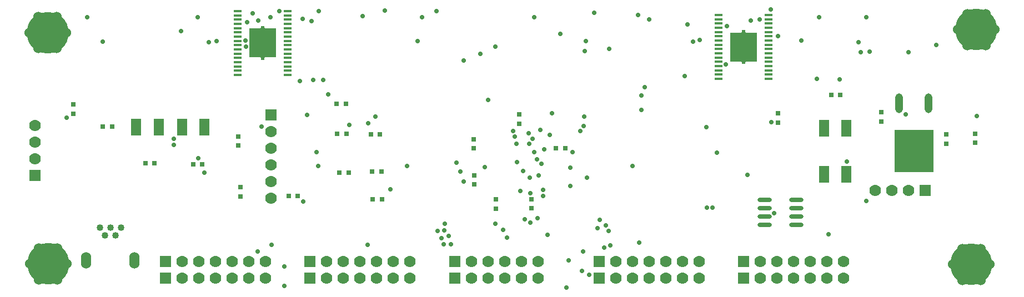
<source format=gbs>
%FSAX24Y24*%
%MOIN*%
G70*
G01*
G75*
G04 Layer_Color=16711935*
%ADD10R,0.0300X0.0300*%
%ADD11R,0.0300X0.0300*%
G04:AMPARAMS|DCode=12|XSize=79mil|YSize=44mil|CornerRadius=22mil|HoleSize=0mil|Usage=FLASHONLY|Rotation=90.000|XOffset=0mil|YOffset=0mil|HoleType=Round|Shape=RoundedRectangle|*
%AMROUNDEDRECTD12*
21,1,0.0790,0.0000,0,0,90.0*
21,1,0.0350,0.0440,0,0,90.0*
1,1,0.0440,0.0000,0.0175*
1,1,0.0440,0.0000,-0.0175*
1,1,0.0440,0.0000,-0.0175*
1,1,0.0440,0.0000,0.0175*
%
%ADD12ROUNDEDRECTD12*%
%ADD13R,0.0472X0.2400*%
%ADD14O,0.0709X0.0094*%
%ADD15O,0.0094X0.0709*%
%ADD16O,0.0472X0.1181*%
%ADD17R,0.2323X0.2559*%
%ADD18O,0.0827X0.0138*%
%ADD19C,0.0060*%
%ADD20C,0.0100*%
%ADD21C,0.0094*%
%ADD22C,0.0295*%
%ADD23C,0.0197*%
%ADD24C,0.0700*%
%ADD25R,0.0700X0.0700*%
%ADD26R,0.0700X0.0700*%
%ADD27C,0.0400*%
%ADD28O,0.0600X0.1000*%
%ADD29C,0.0600*%
%ADD30C,0.2500*%
%ADD31C,0.0276*%
%ADD32O,0.0866X0.0236*%
%ADD33R,0.0600X0.1000*%
%ADD34R,0.1618X0.1717*%
%ADD35R,0.0500X0.0120*%
%ADD36C,0.0080*%
%ADD37C,0.0050*%
%ADD38C,0.0098*%
%ADD39C,0.0236*%
%ADD40C,0.0079*%
%ADD41R,0.1000X0.0996*%
G36*
X014768Y067592D02*
X014728Y067592D01*
X014728Y067486D01*
X014532Y067486D01*
X014532Y067592D01*
X014492Y067592D01*
X014492Y067632D01*
X014768Y067632D01*
X014768Y067592D01*
X014768Y067592D02*
G37*
G36*
X043638Y067352D02*
X043598Y067352D01*
X043598Y067246D01*
X043402Y067246D01*
X043402Y067352D01*
X043362Y067352D01*
X043362Y067392D01*
X043638Y067392D01*
X043638Y067352D01*
X043638Y067352D02*
G37*
G36*
X014728Y069388D02*
X014768Y069388D01*
X014768Y069348D01*
X014492Y069348D01*
X014492Y069388D01*
X014532Y069388D01*
X014532Y069494D01*
X014728Y069494D01*
X014728Y069388D01*
X014728Y069388D02*
G37*
G36*
X043598Y069148D02*
X043638Y069148D01*
X043638Y069108D01*
X043362Y069108D01*
X043362Y069148D01*
X043402Y069148D01*
X043402Y069254D01*
X043598Y069254D01*
X043598Y069148D01*
X043598Y069148D02*
G37*
D10*
X021120Y063000D02*
D03*
X021670Y063000D02*
D03*
X019630Y064850D02*
D03*
X019080Y064850D02*
D03*
X019790Y060710D02*
D03*
X019240Y060710D02*
D03*
X016190Y059290D02*
D03*
X016740Y059290D02*
D03*
X021760Y060760D02*
D03*
X021210Y060760D02*
D03*
X005590Y063480D02*
D03*
X005040Y063480D02*
D03*
X032790Y062160D02*
D03*
X032240Y062160D02*
D03*
X049310Y065370D02*
D03*
X048760Y065370D02*
D03*
X007590Y061270D02*
D03*
X008140Y061270D02*
D03*
X019110Y063050D02*
D03*
X019660Y063050D02*
D03*
X010460Y061220D02*
D03*
X011010Y061220D02*
D03*
X021790Y059090D02*
D03*
X021240Y059090D02*
D03*
D11*
X027320Y059990D02*
D03*
X027320Y060540D02*
D03*
X030760Y059120D02*
D03*
X030760Y058570D02*
D03*
X045560Y063720D02*
D03*
X045560Y064270D02*
D03*
X030040Y063640D02*
D03*
X030040Y064190D02*
D03*
X027290Y062160D02*
D03*
X027290Y062710D02*
D03*
X028620Y058540D02*
D03*
X028620Y059090D02*
D03*
X013300Y059830D02*
D03*
X013300Y059280D02*
D03*
X013170Y062880D02*
D03*
X013170Y062330D02*
D03*
X057390Y063050D02*
D03*
X057390Y062500D02*
D03*
X055660Y063000D02*
D03*
X055660Y062450D02*
D03*
X003280Y064800D02*
D03*
X003280Y064250D02*
D03*
X051770Y063780D02*
D03*
X051770Y064330D02*
D03*
D16*
X054612Y064860D02*
D03*
X052840Y064860D02*
D03*
D17*
X053726Y061996D02*
D03*
D24*
X045500Y054370D02*
D03*
X044500Y054370D02*
D03*
X046500Y054370D02*
D03*
X047500Y054370D02*
D03*
X048500Y054370D02*
D03*
X049500Y054370D02*
D03*
X049500Y055370D02*
D03*
X048500Y055370D02*
D03*
X047500Y055370D02*
D03*
X046500Y055370D02*
D03*
X044500Y055370D02*
D03*
X045500Y055370D02*
D03*
X019475Y054370D02*
D03*
X018475Y054370D02*
D03*
X020475Y054370D02*
D03*
X021475Y054370D02*
D03*
X022475Y054370D02*
D03*
X023475Y054370D02*
D03*
X023475Y055370D02*
D03*
X022475Y055370D02*
D03*
X021475Y055370D02*
D03*
X020475Y055370D02*
D03*
X018475Y055370D02*
D03*
X019475Y055370D02*
D03*
X028150Y055370D02*
D03*
X027150Y055370D02*
D03*
X029150Y055370D02*
D03*
X030150Y055370D02*
D03*
X031150Y055370D02*
D03*
X031150Y054370D02*
D03*
X030150Y054370D02*
D03*
X029150Y054370D02*
D03*
X027150Y054370D02*
D03*
X028150Y054370D02*
D03*
X036825Y054370D02*
D03*
X035825Y054370D02*
D03*
X037825Y054370D02*
D03*
X038825Y054370D02*
D03*
X039825Y054370D02*
D03*
X040825Y054370D02*
D03*
X040825Y055370D02*
D03*
X039825Y055370D02*
D03*
X038825Y055370D02*
D03*
X037825Y055370D02*
D03*
X035825Y055370D02*
D03*
X036825Y055370D02*
D03*
X015120Y059160D02*
D03*
X015120Y060160D02*
D03*
X015120Y061160D02*
D03*
X015120Y063160D02*
D03*
X015120Y062160D02*
D03*
X053410Y059640D02*
D03*
X052410Y059640D02*
D03*
X051410Y059640D02*
D03*
X010800Y055370D02*
D03*
X009800Y055370D02*
D03*
X011800Y055370D02*
D03*
X012800Y055370D02*
D03*
X013800Y055370D02*
D03*
X014800Y055370D02*
D03*
X014800Y054370D02*
D03*
X013800Y054370D02*
D03*
X012800Y054370D02*
D03*
X011800Y054370D02*
D03*
X009800Y054370D02*
D03*
X010800Y054370D02*
D03*
X000980Y062530D02*
D03*
X000980Y061530D02*
D03*
X000980Y063530D02*
D03*
D25*
X043500Y054370D02*
D03*
X043500Y055370D02*
D03*
X017475Y054370D02*
D03*
X017475Y055370D02*
D03*
X026150Y055370D02*
D03*
X026150Y054370D02*
D03*
X034825Y054370D02*
D03*
X034825Y055370D02*
D03*
X054410Y059640D02*
D03*
X008800Y055370D02*
D03*
X008800Y054370D02*
D03*
D26*
X015120Y064160D02*
D03*
X000980Y060530D02*
D03*
D27*
X006120Y057410D02*
D03*
X005805Y056938D02*
D03*
X005490Y057410D02*
D03*
X005175Y056938D02*
D03*
X004860Y057410D02*
D03*
D28*
X004043Y055422D02*
D03*
X006937Y055422D02*
D03*
D29*
X001210Y056183D02*
D03*
X002310Y056183D02*
D03*
X002860Y055230D02*
D03*
X002310Y054277D02*
D03*
X001210Y054277D02*
D03*
X000660Y055230D02*
D03*
X056620Y056153D02*
D03*
X057720Y056153D02*
D03*
X058270Y055200D02*
D03*
X057720Y054247D02*
D03*
X056620Y054247D02*
D03*
X056070Y055200D02*
D03*
X056930Y070244D02*
D03*
X058030Y070244D02*
D03*
X058580Y069291D02*
D03*
X058030Y068339D02*
D03*
X056930Y068339D02*
D03*
X056380Y069291D02*
D03*
X001180Y070063D02*
D03*
X002280Y070063D02*
D03*
X002830Y069110D02*
D03*
X002280Y068157D02*
D03*
X001180Y068157D02*
D03*
X000630Y069110D02*
D03*
D30*
X001760Y055230D02*
D03*
X057170Y055200D02*
D03*
X057480Y069291D02*
D03*
X001730Y069110D02*
D03*
D31*
X015930Y053920D02*
D03*
X031543Y062114D02*
D03*
X043730Y060560D02*
D03*
X034220Y054580D02*
D03*
X034110Y060400D02*
D03*
X031350Y061240D02*
D03*
X033860Y055980D02*
D03*
X025920Y056400D02*
D03*
X026700Y060175D02*
D03*
X022290Y059700D02*
D03*
X045330Y058280D02*
D03*
X009295Y062750D02*
D03*
X033960Y068010D02*
D03*
X030920Y070030D02*
D03*
X046960Y068630D02*
D03*
X040870Y068672D02*
D03*
X044459Y069913D02*
D03*
X037845Y069913D02*
D03*
X037176Y070169D02*
D03*
X027683Y067850D02*
D03*
X026700Y067440D02*
D03*
X005040Y068570D02*
D03*
X004105Y070030D02*
D03*
X023948Y068600D02*
D03*
X011390Y068530D02*
D03*
X010719Y070030D02*
D03*
X018003Y070395D02*
D03*
X017043Y069932D02*
D03*
X014026Y070270D02*
D03*
X030090Y059612D02*
D03*
X045150Y063730D02*
D03*
X033225Y061950D02*
D03*
X027980Y061050D02*
D03*
X037550Y065830D02*
D03*
X029680Y063210D02*
D03*
X013691Y069750D02*
D03*
X013620Y068270D02*
D03*
X028594Y068270D02*
D03*
X042500Y069515D02*
D03*
X048030Y070030D02*
D03*
X035448Y068122D02*
D03*
X050870Y070030D02*
D03*
X032504Y069040D02*
D03*
X055051Y068368D02*
D03*
X017680Y066270D02*
D03*
X018560Y065390D02*
D03*
X049270Y066320D02*
D03*
X018260Y066270D02*
D03*
X037380Y065340D02*
D03*
X033940Y064080D02*
D03*
X033010Y055425D02*
D03*
X030648Y062446D02*
D03*
X045550Y068890D02*
D03*
X024210Y070030D02*
D03*
X026500Y060768D02*
D03*
X025080Y070400D02*
D03*
X040120Y069620D02*
D03*
X020641Y070120D02*
D03*
X020940Y056360D02*
D03*
X015155Y056360D02*
D03*
X021405Y064055D02*
D03*
X030250Y060810D02*
D03*
X017980Y061120D02*
D03*
X031480Y059300D02*
D03*
X014320Y055960D02*
D03*
X041285Y058600D02*
D03*
X031096Y061487D02*
D03*
X030590Y063073D02*
D03*
X041630Y058589D02*
D03*
X041890Y061920D02*
D03*
X030820Y062750D02*
D03*
X035400Y057210D02*
D03*
X034870Y057883D02*
D03*
X025560Y057630D02*
D03*
X033805Y054810D02*
D03*
X047890Y066331D02*
D03*
X016870Y066200D02*
D03*
X017860Y061950D02*
D03*
X011120Y060690D02*
D03*
X053395Y067934D02*
D03*
X050404Y068528D02*
D03*
X034045Y068611D02*
D03*
X017580Y069800D02*
D03*
X033090Y061010D02*
D03*
X030930Y061945D02*
D03*
X048610Y057000D02*
D03*
X029782Y062875D02*
D03*
X017310Y064170D02*
D03*
X031148Y057977D02*
D03*
X021980Y070430D02*
D03*
X025788Y056898D02*
D03*
X025365Y056765D02*
D03*
X025538Y057244D02*
D03*
X033892Y063503D02*
D03*
X041250Y063430D02*
D03*
X010760Y061580D02*
D03*
X015935Y055055D02*
D03*
X035220Y057525D02*
D03*
X050850Y058990D02*
D03*
X031995Y064270D02*
D03*
X035135Y056220D02*
D03*
X035509Y056341D02*
D03*
X031290Y063260D02*
D03*
X017070Y058975D02*
D03*
X029300Y056790D02*
D03*
X011862Y068618D02*
D03*
X031190Y060541D02*
D03*
X030693Y057720D02*
D03*
X015086Y070030D02*
D03*
X009740Y069220D02*
D03*
X033690Y063220D02*
D03*
X032880Y053800D02*
D03*
X025500Y056400D02*
D03*
X025140Y057200D02*
D03*
X030370Y057895D02*
D03*
X050540Y067930D02*
D03*
X031720Y056980D02*
D03*
X030700Y059470D02*
D03*
X020960Y063680D02*
D03*
X036840Y061100D02*
D03*
X028155Y065065D02*
D03*
X039960Y066500D02*
D03*
X034742Y057375D02*
D03*
X031850Y062960D02*
D03*
X037230Y056490D02*
D03*
X029900Y061335D02*
D03*
X023290Y061110D02*
D03*
X029072Y057282D02*
D03*
X028597Y057635D02*
D03*
X051070Y067960D02*
D03*
X034538Y070310D02*
D03*
X013610Y068630D02*
D03*
X030680Y060400D02*
D03*
X019820Y063570D02*
D03*
X026260Y061320D02*
D03*
X037380Y064460D02*
D03*
X042440Y067220D02*
D03*
X009290Y062360D02*
D03*
X053220Y064190D02*
D03*
X057500Y064114D02*
D03*
X029860Y062450D02*
D03*
X014380Y069830D02*
D03*
X031460Y059680D02*
D03*
X033090Y059910D02*
D03*
X043930Y069850D02*
D03*
X040480Y068560D02*
D03*
X014580Y063460D02*
D03*
X002850Y063994D02*
D03*
X015620Y070420D02*
D03*
X045129Y070519D02*
D03*
X049710Y061360D02*
D03*
D32*
X044775Y057560D02*
D03*
X044775Y058060D02*
D03*
X044775Y058560D02*
D03*
X044775Y059060D02*
D03*
X046665Y057560D02*
D03*
X046665Y058060D02*
D03*
X046665Y058560D02*
D03*
X046665Y059060D02*
D03*
D33*
X049670Y060610D02*
D03*
X048320Y060610D02*
D03*
X049670Y063366D02*
D03*
X048320Y063366D02*
D03*
X009794Y063423D02*
D03*
X011144Y063423D02*
D03*
X007038Y063423D02*
D03*
X008388Y063423D02*
D03*
D34*
X043500Y068250D02*
D03*
X014630Y068490D02*
D03*
D35*
X045005Y066331D02*
D03*
X045005Y066587D02*
D03*
X045005Y066843D02*
D03*
X045005Y067098D02*
D03*
X045005Y067354D02*
D03*
X045005Y067610D02*
D03*
X045005Y067866D02*
D03*
X045005Y068122D02*
D03*
X045005Y068378D02*
D03*
X045005Y068634D02*
D03*
X045005Y068890D02*
D03*
X045005Y069146D02*
D03*
X045005Y069402D02*
D03*
X045005Y069658D02*
D03*
X045005Y069913D02*
D03*
X045005Y070169D02*
D03*
X041995Y070169D02*
D03*
X041995Y069913D02*
D03*
X041995Y069658D02*
D03*
X041995Y069402D02*
D03*
X041995Y069146D02*
D03*
X041995Y068890D02*
D03*
X041995Y068634D02*
D03*
X041995Y068378D02*
D03*
X041995Y068122D02*
D03*
X041995Y067866D02*
D03*
X041995Y067610D02*
D03*
X041995Y067354D02*
D03*
X041995Y067098D02*
D03*
X041995Y066843D02*
D03*
X041995Y066587D02*
D03*
X041995Y066331D02*
D03*
X016135Y066571D02*
D03*
X016135Y066827D02*
D03*
X016135Y067083D02*
D03*
X016135Y067338D02*
D03*
X016135Y067594D02*
D03*
X016135Y067850D02*
D03*
X016135Y068106D02*
D03*
X016135Y068362D02*
D03*
X016135Y068618D02*
D03*
X016135Y068874D02*
D03*
X016135Y069130D02*
D03*
X016135Y069386D02*
D03*
X016135Y069642D02*
D03*
X016135Y069897D02*
D03*
X016135Y070153D02*
D03*
X016135Y070409D02*
D03*
X013125Y070409D02*
D03*
X013125Y070153D02*
D03*
X013125Y069897D02*
D03*
X013125Y069642D02*
D03*
X013125Y069386D02*
D03*
X013125Y069130D02*
D03*
X013125Y068874D02*
D03*
X013125Y068618D02*
D03*
X013125Y068362D02*
D03*
X013125Y068106D02*
D03*
X013125Y067850D02*
D03*
X013125Y067594D02*
D03*
X013125Y067338D02*
D03*
X013125Y067083D02*
D03*
X013125Y066827D02*
D03*
X013125Y066571D02*
D03*
M02*

</source>
